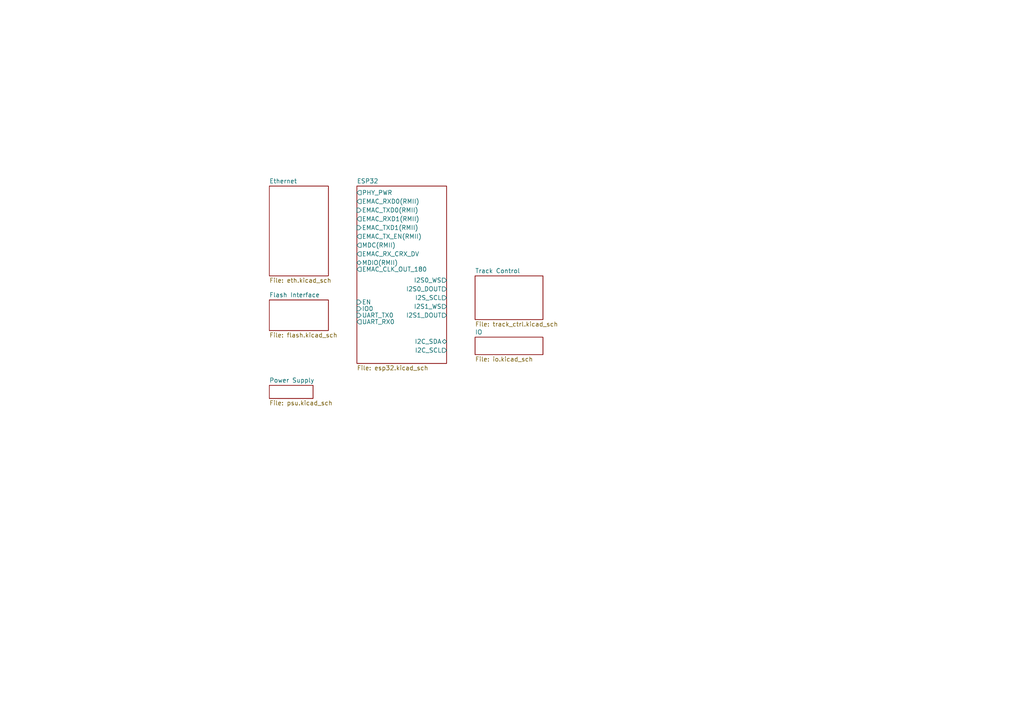
<source format=kicad_sch>
(kicad_sch (version 20230121) (generator eeschema)
  (paper "A4")
  (title_block (title "MRBR : Node") (date "2023-12-25") (rev "1.0.0"))
  (lib_symbols)
  (sheet (at 137.795 80.01) (size 19.685 12.7) (stroke (width 0.1524))
    (property "Sheetname" "Track Control" (at 137.795 79.2984 0) (effects (justify left bottom)))
    (property "Sheetfile" "track_ctrl.kicad_sch" (at 137.795 93.2946 0) (effects (justify left top)))
  )
  (sheet (at 78.105 111.76) (size 12.7 3.81) (stroke (width 0.1524))
    (property "Sheetname" "Power Supply" (at 78.105 111.0484 0) (effects (justify left bottom)))
    (property "Sheetfile" "psu.kicad_sch" (at 78.105 116.1546 0) (effects (justify left top)))
  )
  (sheet (at 78.105 53.975) (size 17.145 26.035) (stroke (width 0.1524))
    (property "Sheetname" "Ethernet" (at 78.105 53.2634 0) (effects (justify left bottom)))
    (property "Sheetfile" "eth.kicad_sch" (at 78.105 80.5946 0) (effects (justify left top)))
  )
  (sheet (at 78.105 86.995) (size 17.145 8.89) (stroke (width 0.1524))
    (property "Sheetname" "Flash Interface" (at 78.105 86.2834 0) (effects (justify left bottom)))
    (property "Sheetfile" "flash.kicad_sch" (at 78.105 96.4696 0) (effects (justify left top)))
  )
  (sheet (at 103.505 53.975) (size 26.035 51.435) (stroke (width 0.1524))
    (property "Sheetname" "ESP32" (at 103.505 53.2634 0) (effects (justify left bottom)))
    (property "Sheetfile" "esp32.kicad_sch" (at 103.505 105.9946 0) (effects (justify left top)))
    (pin "EN" input (at 103.505 87.63 180))
    (pin "UART_TX0" input (at 103.505 91.44 180))
    (pin "UART_RX0" output (at 103.505 93.345 180))
    (pin "I2S_SCL" output (at 129.54 86.36 0))
    (pin "I2S0_WS" output (at 129.54 81.28 0))
    (pin "I2S1_DOUT" output (at 129.54 91.44 0))
    (pin "IO0" input (at 103.505 89.535 180))
    (pin "PHY_PWR" output (at 103.505 55.88 180))
    (pin "I2S1_WS" output (at 129.54 88.9 0))
    (pin "MDC(RMII)" output (at 103.505 71.12 180))
    (pin "EMAC_RX_CRX_DV" output (at 103.505 73.66 180))
    (pin "I2C_SCL" output (at 129.54 101.6 0))
    (pin "I2C_SDA" bidirectional (at 129.54 99.06 0))
    (pin "EMAC_RXD1(RMII)" output (at 103.505 63.5 180))
    (pin "EMAC_TXD1(RMII)" input (at 103.505 66.04 180))
    (pin "EMAC_RXD0(RMII)" output (at 103.505 58.42 180))
    (pin "I2S0_DOUT" output (at 129.54 83.82 0))
    (pin "MDIO(RMII)" bidirectional (at 103.505 76.2 180))
    (pin "EMAC_CLK_OUT_180" output (at 103.505 78.105 180))
    (pin "EMAC_TXD0(RMII)" input (at 103.505 60.96 180))
    (pin "EMAC_TX_EN(RMII)" output (at 103.505 68.58 180))
  )
  (sheet (at 137.795 97.79) (size 19.685 5.08) (stroke (width 0.1524))
    (property "Sheetname" "IO" (at 137.795 97.0784 0) (effects (justify left bottom)))
    (property "Sheetfile" "io.kicad_sch" (at 137.795 103.4546 0) (effects (justify left top)))
  )
)
</source>
